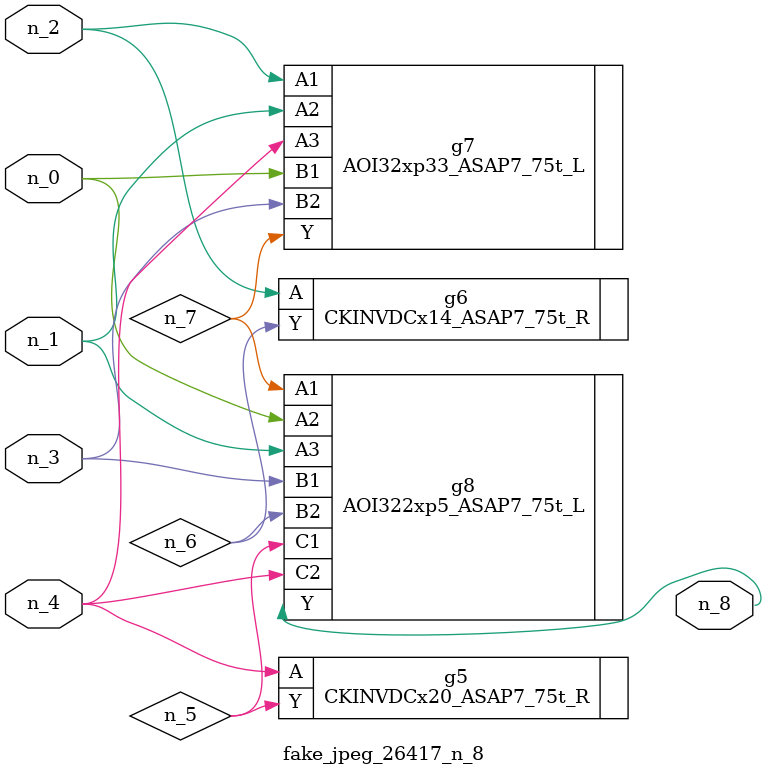
<source format=v>
module fake_jpeg_26417_n_8 (n_3, n_2, n_1, n_0, n_4, n_8);

input n_3;
input n_2;
input n_1;
input n_0;
input n_4;

output n_8;

wire n_6;
wire n_5;
wire n_7;

CKINVDCx20_ASAP7_75t_R g5 ( 
.A(n_4),
.Y(n_5)
);

CKINVDCx14_ASAP7_75t_R g6 ( 
.A(n_2),
.Y(n_6)
);

AOI32xp33_ASAP7_75t_L g7 ( 
.A1(n_2),
.A2(n_1),
.A3(n_4),
.B1(n_0),
.B2(n_3),
.Y(n_7)
);

AOI322xp5_ASAP7_75t_L g8 ( 
.A1(n_7),
.A2(n_0),
.A3(n_1),
.B1(n_3),
.B2(n_6),
.C1(n_5),
.C2(n_4),
.Y(n_8)
);


endmodule
</source>
